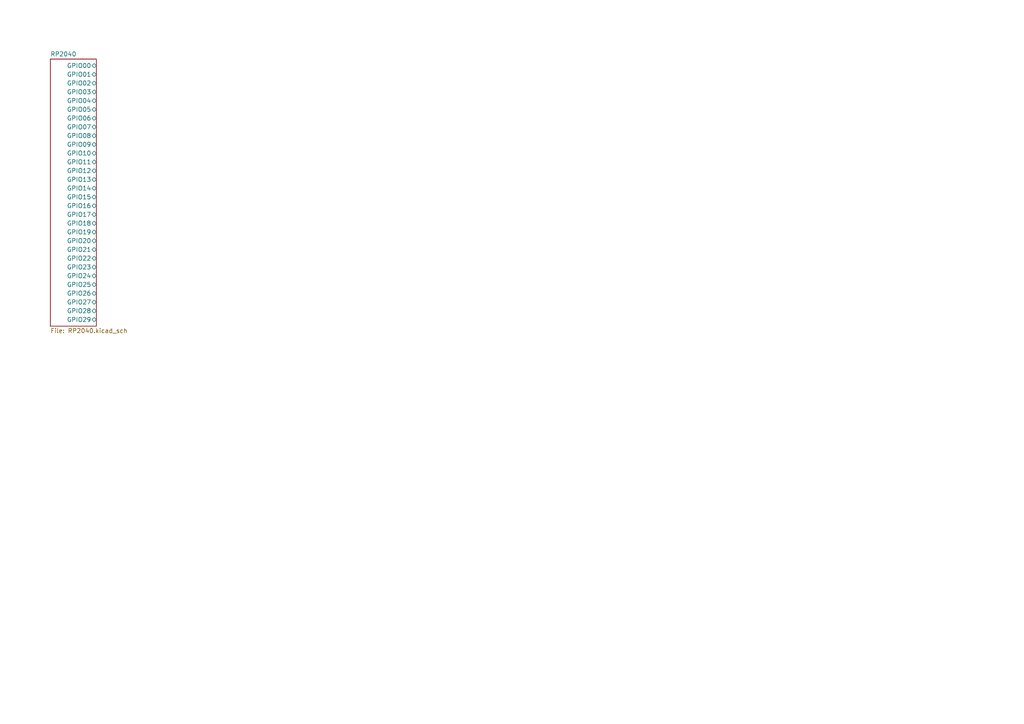
<source format=kicad_sch>
(kicad_sch (version 20211123) (generator eeschema)
  (paper "A4")
  (title_block (date "${DATE}") (rev "${VERSION}"))
  (lib_symbols)
  (sheet (at 14.605 17.145) (size 13.335 77.47) (stroke (width 0.1524))
    (property "Sheet name" "RP2040" (at 14.605 16.4334 0) (effects (justify left bottom)))
    (property "Sheet file" "RP2040.kicad_sch" (at 14.605 95.1996 0) (effects (justify left top)))
    (pin "GPIO06" bidirectional (at 27.94 34.29 0))
    (pin "GPIO08" bidirectional (at 27.94 39.37 0))
    (pin "GPIO07" bidirectional (at 27.94 36.83 0))
    (pin "GPIO09" bidirectional (at 27.94 41.91 0))
    (pin "GPIO00" bidirectional (at 27.94 19.05 0))
    (pin "GPIO05" bidirectional (at 27.94 31.75 0))
    (pin "GPIO03" bidirectional (at 27.94 26.67 0))
    (pin "GPIO04" bidirectional (at 27.94 29.21 0))
    (pin "GPIO02" bidirectional (at 27.94 24.13 0))
    (pin "GPIO01" bidirectional (at 27.94 21.59 0))
    (pin "GPIO10" bidirectional (at 27.94 44.45 0))
    (pin "GPIO12" bidirectional (at 27.94 49.53 0))
    (pin "GPIO13" bidirectional (at 27.94 52.07 0))
    (pin "GPIO17" bidirectional (at 27.94 62.23 0))
    (pin "GPIO16" bidirectional (at 27.94 59.69 0))
    (pin "GPIO11" bidirectional (at 27.94 46.99 0))
    (pin "GPIO15" bidirectional (at 27.94 57.15 0))
    (pin "GPIO14" bidirectional (at 27.94 54.61 0))
    (pin "GPIO21" bidirectional (at 27.94 72.39 0))
    (pin "GPIO25" bidirectional (at 27.94 82.55 0))
    (pin "GPIO22" bidirectional (at 27.94 74.93 0))
    (pin "GPIO24" bidirectional (at 27.94 80.01 0))
    (pin "GPIO23" bidirectional (at 27.94 77.47 0))
    (pin "GPIO19" bidirectional (at 27.94 67.31 0))
    (pin "GPIO18" bidirectional (at 27.94 64.77 0))
    (pin "GPIO20" bidirectional (at 27.94 69.85 0))
    (pin "GPIO29" bidirectional (at 27.94 92.71 0))
    (pin "GPIO27" bidirectional (at 27.94 87.63 0))
    (pin "GPIO28" bidirectional (at 27.94 90.17 0))
    (pin "GPIO26" bidirectional (at 27.94 85.09 0))
  )
)
</source>
